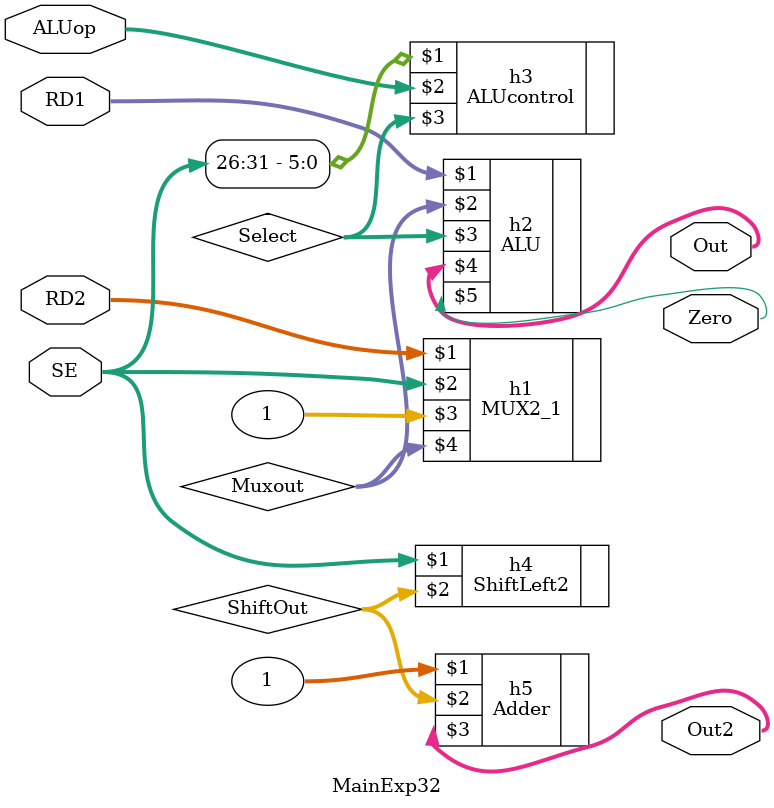
<source format=v>
`timescale 1ns / 1ps
module MainExp32(ALUop,RD1,RD2,SE,Zero,Out,Out2
    );

 input [0:31] RD1,RD2;
 input [0:1] ALUop;
 input [0:31] SE;
 output [0:31] Out;
 output [0:31] Out2;
 
 output Zero;
 wire [0:31] Muxout;
wire [0:4] Select;
wire [0:31] ShiftOut;
 
 
 MUX2_1 h1(RD2,SE,1,Muxout);
 ALU h2(RD1,Muxout,Select,Out,Zero);
 ALUcontrol h3(SE[26:31],ALUop,Select);
 ShiftLeft2 h4(SE,ShiftOut);
 Adder h5(1,ShiftOut,Out2);
 


endmodule

</source>
